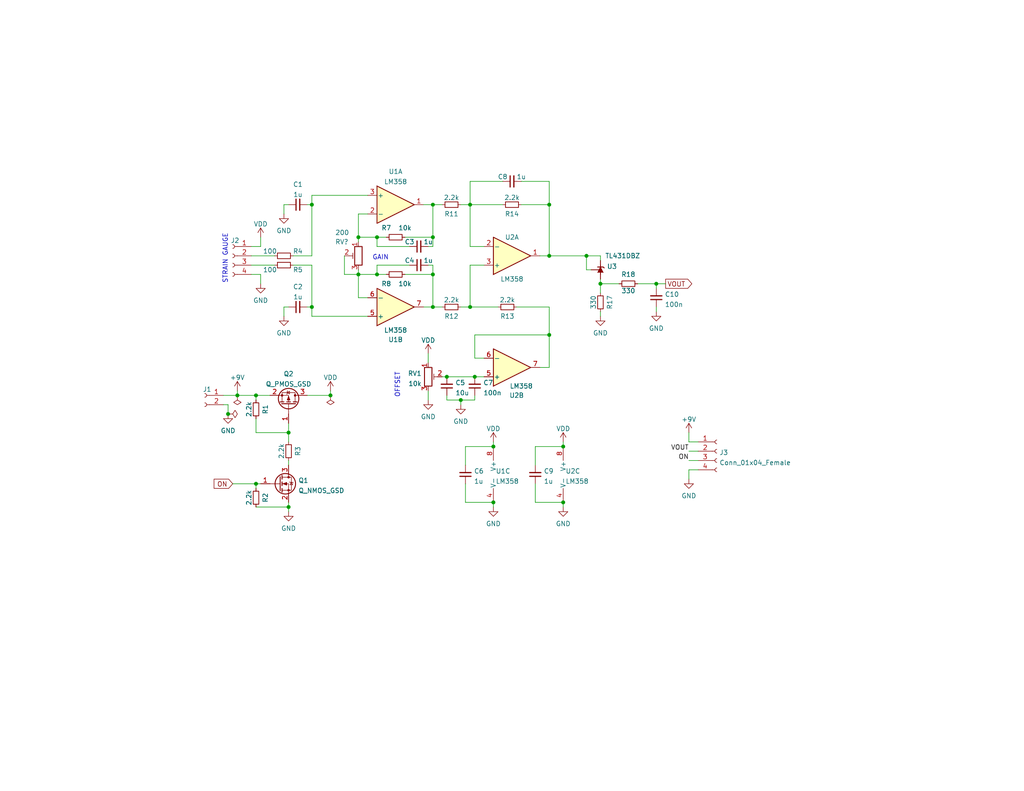
<source format=kicad_sch>
(kicad_sch (version 20211123) (generator eeschema)
  (paper "USLetter")
  (title_block (title "Depth Sensor") (date "2022-02-08") (rev "1") (company "EWB-SFP") (comment 1 "Hans Gaensbauer"))
  (lib_symbols
    (symbol "Amplifier_Operational:LM358" (pin_names (offset 0.127))
      (property "Reference" "U" (at 0 5.08 0))
      (property "Value" "LM358" (at 0 -5.08 0))
      (symbol "LM358_1_1"
        (polyline (pts (xy -5.08 5.08) (xy 5.08 0) (xy -5.08 -5.08) (xy -5.08 5.08)) (stroke (width 0.254)) (fill (type background)))
        (pin output line (at 7.62 0 180) (length 2.54) (name "~") (number "1"))
        (pin input line (at -7.62 -2.54 0) (length 2.54) (name "-") (number "2"))
        (pin input line (at -7.62 2.54 0) (length 2.54) (name "+") (number "3"))
      )
      (symbol "LM358_2_1"
        (polyline (pts (xy -5.08 5.08) (xy 5.08 0) (xy -5.08 -5.08) (xy -5.08 5.08)) (stroke (width 0.254)) (fill (type background)))
        (pin input line (at -7.62 2.54 0) (length 2.54) (name "+") (number "5"))
        (pin input line (at -7.62 -2.54 0) (length 2.54) (name "-") (number "6"))
        (pin output line (at 7.62 0 180) (length 2.54) (name "~") (number "7"))
      )
      (symbol "LM358_3_1"
        (pin power_in line (at -2.54 -7.62 90) (length 3.81) (name "V-") (number "4"))
        (pin power_in line (at -2.54 7.62 270) (length 3.81) (name "V+") (number "8"))
      )
    )
    (symbol "Connector:Conn_01x02_Female" (pin_names (offset 1.016) hide)
      (property "Reference" "J" (at 0 2.54 0))
      (property "Value" "Conn_01x02_Female" (at 0 -5.08 0))
      (symbol "Conn_01x02_Female_1_1"
        (arc (start 0 -2.032) (mid -0.508 -2.54) (end 0 -3.048) (stroke (width 0.1524)))
        (polyline (pts (xy -1.27 -2.54) (xy -0.508 -2.54)) (stroke (width 0.1524)))
        (polyline (pts (xy -1.27 0) (xy -0.508 0)) (stroke (width 0.1524)))
        (arc (start 0 0.508) (mid -0.508 0) (end 0 -0.508) (stroke (width 0.1524)))
        (pin passive line (at -5.08 0 0) (length 3.81) (name "Pin_1") (number "1"))
        (pin passive line (at -5.08 -2.54 0) (length 3.81) (name "Pin_2") (number "2"))
      )
    )
    (symbol "Connector:Conn_01x04_Female" (pin_names (offset 1.016) hide)
      (property "Reference" "J" (at 0 5.08 0))
      (property "Value" "Conn_01x04_Female" (at 0 -7.62 0))
      (symbol "Conn_01x04_Female_1_1"
        (arc (start 0 -4.572) (mid -0.508 -5.08) (end 0 -5.588) (stroke (width 0.1524)))
        (arc (start 0 -2.032) (mid -0.508 -2.54) (end 0 -3.048) (stroke (width 0.1524)))
        (polyline (pts (xy -1.27 -5.08) (xy -0.508 -5.08)) (stroke (width 0.1524)))
        (polyline (pts (xy -1.27 -2.54) (xy -0.508 -2.54)) (stroke (width 0.1524)))
        (polyline (pts (xy -1.27 0) (xy -0.508 0)) (stroke (width 0.1524)))
        (polyline (pts (xy -1.27 2.54) (xy -0.508 2.54)) (stroke (width 0.1524)))
        (arc (start 0 0.508) (mid -0.508 0) (end 0 -0.508) (stroke (width 0.1524)))
        (arc (start 0 3.048) (mid -0.508 2.54) (end 0 2.032) (stroke (width 0.1524)))
        (pin passive line (at -5.08 2.54 0) (length 3.81) (name "Pin_1") (number "1"))
        (pin passive line (at -5.08 0 0) (length 3.81) (name "Pin_2") (number "2"))
        (pin passive line (at -5.08 -2.54 0) (length 3.81) (name "Pin_3") (number "3"))
        (pin passive line (at -5.08 -5.08 0) (length 3.81) (name "Pin_4") (number "4"))
      )
    )
    (symbol "Device:C_Small" (pin_numbers hide) (pin_names (offset 0.254) hide)
      (property "Reference" "C" (at 0.254 1.778 0))
      (property "Value" "C_Small" (at 0.254 -2.032 0))
      (symbol "C_Small_0_1"
        (polyline (pts (xy -1.524 -0.508) (xy 1.524 -0.508)) (stroke (width 0.3302)))
        (polyline (pts (xy -1.524 0.508) (xy 1.524 0.508)) (stroke (width 0.3048)))
      )
      (symbol "C_Small_1_1"
        (pin passive line (at 0 2.54 270) (length 2.032) (name "~") (number "1"))
        (pin passive line (at 0 -2.54 90) (length 2.032) (name "~") (number "2"))
      )
    )
    (symbol "Device:Q_NMOS_GSD" (pin_names (offset 0) hide)
      (property "Reference" "Q" (at 5.08 1.27 0))
      (property "Value" "Q_NMOS_GSD" (at 5.08 -1.27 0))
      (symbol "Q_NMOS_GSD_0_1"
        (polyline (pts (xy 0.254 0) (xy -2.54 0)))
        (polyline (pts (xy 0.254 1.905) (xy 0.254 -1.905)) (stroke (width 0.254)))
        (polyline (pts (xy 0.762 -1.27) (xy 0.762 -2.286)) (stroke (width 0.254)))
        (polyline (pts (xy 0.762 0.508) (xy 0.762 -0.508)) (stroke (width 0.254)))
        (polyline (pts (xy 0.762 2.286) (xy 0.762 1.27)) (stroke (width 0.254)))
        (polyline (pts (xy 2.54 2.54) (xy 2.54 1.778)))
        (polyline (pts (xy 2.54 -2.54) (xy 2.54 0) (xy 0.762 0)))
        (polyline (pts (xy 0.762 -1.778) (xy 3.302 -1.778) (xy 3.302 1.778) (xy 0.762 1.778)))
        (polyline (pts (xy 1.016 0) (xy 2.032 0.381) (xy 2.032 -0.381) (xy 1.016 0)) (fill (type outline)))
        (polyline (pts (xy 2.794 0.508) (xy 2.921 0.381) (xy 3.683 0.381) (xy 3.81 0.254)))
        (polyline (pts (xy 3.302 0.381) (xy 2.921 -0.254) (xy 3.683 -0.254) (xy 3.302 0.381)))
        (circle (center 1.651 0) (radius 2.794) (stroke (width 0.254)))
        (circle (center 2.54 -1.778) (radius 0.254) (fill (type outline)))
        (circle (center 2.54 1.778) (radius 0.254) (fill (type outline)))
      )
      (symbol "Q_NMOS_GSD_1_1"
        (pin input line (at -5.08 0 0) (length 2.54) (name "G") (number "1"))
        (pin passive line (at 2.54 -5.08 90) (length 2.54) (name "S") (number "2"))
        (pin passive line (at 2.54 5.08 270) (length 2.54) (name "D") (number "3"))
      )
    )
    (symbol "Device:Q_PMOS_GSD" (pin_names (offset 0) hide)
      (property "Reference" "Q" (at 5.08 1.27 0))
      (property "Value" "Q_PMOS_GSD" (at 5.08 -1.27 0))
      (symbol "Q_PMOS_GSD_0_1"
        (polyline (pts (xy 0.254 0) (xy -2.54 0)))
        (polyline (pts (xy 0.254 1.905) (xy 0.254 -1.905)) (stroke (width 0.254)))
        (polyline (pts (xy 0.762 -1.27) (xy 0.762 -2.286)) (stroke (width 0.254)))
        (polyline (pts (xy 0.762 0.508) (xy 0.762 -0.508)) (stroke (width 0.254)))
        (polyline (pts (xy 0.762 2.286) (xy 0.762 1.27)) (stroke (width 0.254)))
        (polyline (pts (xy 2.54 2.54) (xy 2.54 1.778)))
        (polyline (pts (xy 2.54 -2.54) (xy 2.54 0) (xy 0.762 0)))
        (polyline (pts (xy 0.762 1.778) (xy 3.302 1.778) (xy 3.302 -1.778) (xy 0.762 -1.778)))
        (polyline (pts (xy 2.286 0) (xy 1.27 0.381) (xy 1.27 -0.381) (xy 2.286 0)) (fill (type outline)))
        (polyline (pts (xy 2.794 -0.508) (xy 2.921 -0.381) (xy 3.683 -0.381) (xy 3.81 -0.254)))
        (polyline (pts (xy 3.302 -0.381) (xy 2.921 0.254) (xy 3.683 0.254) (xy 3.302 -0.381)))
        (circle (center 1.651 0) (radius 2.794) (stroke (width 0.254)))
        (circle (center 2.54 -1.778) (radius 0.254) (fill (type outline)))
        (circle (center 2.54 1.778) (radius 0.254) (fill (type outline)))
      )
      (symbol "Q_PMOS_GSD_1_1"
        (pin input line (at -5.08 0 0) (length 2.54) (name "G") (number "1"))
        (pin passive line (at 2.54 -5.08 90) (length 2.54) (name "S") (number "2"))
        (pin passive line (at 2.54 5.08 270) (length 2.54) (name "D") (number "3"))
      )
    )
    (symbol "Device:R_Potentiometer_Trim" (pin_names (offset 1.016) hide)
      (property "Reference" "RV" (at -4.445 0 90))
      (property "Value" "R_Potentiometer_Trim" (at -2.54 0 90))
      (symbol "R_Potentiometer_Trim_0_1"
        (polyline (pts (xy 1.524 0.762) (xy 1.524 -0.762)))
        (polyline (pts (xy 2.54 0) (xy 1.524 0)))
        (rectangle (start 1.016 2.54) (end -1.016 -2.54) (stroke (width 0.254)))
      )
      (symbol "R_Potentiometer_Trim_1_1"
        (pin passive line (at 0 3.81 270) (length 1.27) (name "1") (number "1"))
        (pin passive line (at 3.81 0 180) (length 1.27) (name "2") (number "2"))
        (pin passive line (at 0 -3.81 90) (length 1.27) (name "3") (number "3"))
      )
    )
    (symbol "Device:R_Small" (pin_numbers hide) (pin_names (offset 0.254) hide)
      (property "Reference" "R" (at 0.762 0.508 0))
      (property "Value" "R_Small" (at 0.762 -1.016 0))
      (symbol "R_Small_0_1"
        (rectangle (start -0.762 1.778) (end 0.762 -1.778) (stroke (width 0.2032)))
      )
      (symbol "R_Small_1_1"
        (pin passive line (at 0 2.54 270) (length 0.762) (name "~") (number "1"))
        (pin passive line (at 0 -2.54 90) (length 0.762) (name "~") (number "2"))
      )
    )
    (symbol "Reference_Voltage:TL431DBZ" (pin_numbers hide) (pin_names hide)
      (property "Reference" "U" (at -2.54 2.54 0))
      (property "Value" "TL431DBZ" (at 0 -2.54 0))
      (symbol "TL431DBZ_0_1"
        (polyline (pts (xy -1.27 0) (xy 0 0) (xy 1.27 0)))
        (polyline (pts (xy -0.762 0.762) (xy 0.762 0) (xy -0.762 -0.762)) (fill (type outline)))
        (polyline (pts (xy 0.508 -1.016) (xy 0.762 -0.762) (xy 0.762 0.762) (xy 0.762 0.762)) (stroke (width 0.254)))
      )
      (symbol "TL431DBZ_1_1"
        (pin passive line (at 2.54 0 180) (length 2.54) (name "K") (number "1"))
        (pin passive line (at 0 2.54 270) (length 2.54) (name "REF") (number "2"))
        (pin passive line (at -2.54 0 0) (length 2.54) (name "A") (number "3"))
      )
    )
    (symbol "power:+9V" (power) (pin_names (offset 0))
      (property "Value" "+9V" (at 0 3.556 0))
      (symbol "+9V_0_1"
        (polyline (pts (xy -0.762 1.27) (xy 0 2.54)))
        (polyline (pts (xy 0 0) (xy 0 2.54)))
        (polyline (pts (xy 0 2.54) (xy 0.762 1.27)))
      )
      (symbol "+9V_1_1"
        (pin power_in line (at 0 0 90) (length 0) hide (name "+9V") (number "1"))
      )
    )
    (symbol "power:GND" (power) (pin_names (offset 0))
      (property "Value" "GND" (at 0 -3.81 0))
      (symbol "GND_0_1"
        (polyline (pts (xy 0 0) (xy 0 -1.27) (xy 1.27 -1.27) (xy 0 -2.54) (xy -1.27 -1.27) (xy 0 -1.27)))
      )
      (symbol "GND_1_1"
        (pin power_in line (at 0 0 270) (length 0) hide (name "GND") (number "1"))
      )
    )
    (symbol "power:PWR_FLAG" (power) (pin_numbers hide) (pin_names (offset 0) hide)
      (property "Value" "PWR_FLAG" (at 0 3.81 0))
      (symbol "PWR_FLAG_0_0"
        (pin power_out line (at 0 0 90) (length 0) (name "pwr") (number "1"))
      )
      (symbol "PWR_FLAG_0_1"
        (polyline (pts (xy 0 0) (xy 0 1.27) (xy -1.016 1.905) (xy 0 2.54) (xy 1.016 1.905) (xy 0 1.27)))
      )
    )
    (symbol "power:VDD" (power) (pin_names (offset 0))
      (property "Value" "VDD" (at 0 3.81 0))
      (symbol "VDD_0_1"
        (polyline (pts (xy -0.762 1.27) (xy 0 2.54)))
        (polyline (pts (xy 0 0) (xy 0 2.54)))
        (polyline (pts (xy 0 2.54) (xy 0.762 1.27)))
      )
      (symbol "VDD_1_1"
        (pin power_in line (at 0 0 90) (length 0) hide (name "VDD") (number "1"))
      )
    )
  )
  (junction (at 153.67 137.16))
  (junction (at 69.85 107.95))
  (junction (at 163.83 77.47))
  (junction (at 78.74 138.43))
  (junction (at 149.86 69.85))
  (junction (at 160.02 69.85))
  (junction (at 90.17 107.95))
  (junction (at 129.54 102.87))
  (junction (at 118.11 55.88))
  (junction (at 128.27 83.82))
  (junction (at 118.11 74.93))
  (junction (at 118.11 83.82))
  (junction (at 97.79 74.93))
  (junction (at 102.87 74.93))
  (junction (at 128.27 55.88))
  (junction (at 97.79 64.77))
  (junction (at 64.77 107.95))
  (junction (at 85.09 83.82))
  (junction (at 85.09 55.88))
  (junction (at 134.62 121.92))
  (junction (at 149.86 91.44))
  (junction (at 134.62 137.16))
  (junction (at 102.87 64.77))
  (junction (at 69.85 132.08))
  (junction (at 78.74 118.11))
  (junction (at 179.07 77.47))
  (junction (at 121.92 102.87))
  (junction (at 125.73 109.22))
  (junction (at 62.23 113.03))
  (junction (at 149.86 55.88))
  (junction (at 118.11 64.77))
  (junction (at 153.67 121.92))
  (wire (pts (xy 97.79 74.93) (xy 97.79 81.28)))
  (wire (pts (xy 153.67 120.65) (xy 153.67 121.92)))
  (wire (pts (xy 163.83 77.47) (xy 163.83 80.01)))
  (wire (pts (xy 128.27 83.82) (xy 125.73 83.82)))
  (wire (pts (xy 153.67 121.92) (xy 146.05 121.92)))
  (wire (pts (xy 187.96 128.27) (xy 190.5 128.27)))
  (wire (pts (xy 173.99 77.47) (xy 179.07 77.47)))
  (wire (pts (xy 85.09 55.88) (xy 85.09 69.85)))
  (wire (pts (xy 128.27 55.88) (xy 125.73 55.88)))
  (wire (pts (xy 134.62 121.92) (xy 127 121.92)))
  (wire (pts (xy 83.82 55.88) (xy 85.09 55.88)))
  (wire (pts (xy 64.77 107.95) (xy 69.85 107.95)))
  (wire (pts (xy 118.11 74.93) (xy 118.11 83.82)))
  (wire (pts (xy 62.23 110.49) (xy 60.96 110.49)))
  (wire (pts (xy 128.27 67.31) (xy 128.27 55.88)))
  (wire (pts (xy 121.92 107.95) (xy 121.92 109.22)))
  (wire (pts (xy 102.87 72.39) (xy 102.87 74.93)))
  (wire (pts (xy 163.83 77.47) (xy 163.83 76.2)))
  (wire (pts (xy 69.85 114.3) (xy 69.85 118.11)))
  (wire (pts (xy 118.11 83.82) (xy 115.57 83.82)))
  (wire (pts (xy 127 121.92) (xy 127 127)))
  (wire (pts (xy 118.11 72.39) (xy 118.11 74.93)))
  (wire (pts (xy 149.86 69.85) (xy 147.32 69.85)))
  (wire (pts (xy 83.82 83.82) (xy 85.09 83.82)))
  (wire (pts (xy 116.84 72.39) (xy 118.11 72.39)))
  (wire (pts (xy 125.73 109.22) (xy 125.73 110.49)))
  (wire (pts (xy 116.84 106.68) (xy 116.84 109.22)))
  (wire (pts (xy 93.98 69.85) (xy 93.98 74.93)))
  (wire (pts (xy 71.12 132.08) (xy 69.85 132.08)))
  (wire (pts (xy 97.79 58.42) (xy 100.33 58.42)))
  (wire (pts (xy 93.98 74.93) (xy 97.79 74.93)))
  (wire (pts (xy 68.58 67.31) (xy 71.12 67.31)))
  (wire (pts (xy 85.09 53.34) (xy 100.33 53.34)))
  (wire (pts (xy 78.74 118.11) (xy 78.74 115.57)))
  (wire (pts (xy 118.11 64.77) (xy 118.11 55.88)))
  (wire (pts (xy 90.17 106.68) (xy 90.17 107.95)))
  (wire (pts (xy 140.97 83.82) (xy 149.86 83.82)))
  (wire (pts (xy 187.96 120.65) (xy 190.5 120.65)))
  (wire (pts (xy 110.49 64.77) (xy 118.11 64.77)))
  (wire (pts (xy 149.86 91.44) (xy 149.86 100.33)))
  (wire (pts (xy 69.85 138.43) (xy 78.74 138.43)))
  (wire (pts (xy 116.84 67.31) (xy 118.11 67.31)))
  (wire (pts (xy 77.47 58.42) (xy 77.47 55.88)))
  (wire (pts (xy 110.49 74.93) (xy 118.11 74.93)))
  (wire (pts (xy 60.96 107.95) (xy 64.77 107.95)))
  (wire (pts (xy 97.79 81.28) (xy 100.33 81.28)))
  (wire (pts (xy 102.87 64.77) (xy 97.79 64.77)))
  (wire (pts (xy 134.62 137.16) (xy 134.62 138.43)))
  (wire (pts (xy 71.12 64.77) (xy 71.12 67.31)))
  (wire (pts (xy 125.73 109.22) (xy 129.54 109.22)))
  (wire (pts (xy 85.09 53.34) (xy 85.09 55.88)))
  (wire (pts (xy 128.27 72.39) (xy 128.27 83.82)))
  (wire (pts (xy 129.54 97.79) (xy 129.54 91.44)))
  (wire (pts (xy 132.08 72.39) (xy 128.27 72.39)))
  (wire (pts (xy 134.62 120.65) (xy 134.62 121.92)))
  (wire (pts (xy 137.16 49.53) (xy 128.27 49.53)))
  (wire (pts (xy 68.58 72.39) (xy 74.93 72.39)))
  (wire (pts (xy 128.27 49.53) (xy 128.27 55.88)))
  (wire (pts (xy 153.67 137.16) (xy 146.05 137.16)))
  (wire (pts (xy 80.01 69.85) (xy 85.09 69.85)))
  (wire (pts (xy 118.11 67.31) (xy 118.11 64.77)))
  (wire (pts (xy 153.67 137.16) (xy 153.67 138.43)))
  (wire (pts (xy 111.76 67.31) (xy 102.87 67.31)))
  (wire (pts (xy 85.09 86.36) (xy 100.33 86.36)))
  (wire (pts (xy 69.85 107.95) (xy 69.85 109.22)))
  (wire (pts (xy 179.07 77.47) (xy 181.61 77.47)))
  (wire (pts (xy 179.07 83.82) (xy 179.07 85.09)))
  (wire (pts (xy 129.54 97.79) (xy 132.08 97.79)))
  (wire (pts (xy 63.5 132.08) (xy 69.85 132.08)))
  (wire (pts (xy 149.86 100.33) (xy 147.32 100.33)))
  (wire (pts (xy 149.86 83.82) (xy 149.86 91.44)))
  (wire (pts (xy 149.86 49.53) (xy 149.86 55.88)))
  (wire (pts (xy 78.74 137.16) (xy 78.74 138.43)))
  (wire (pts (xy 163.83 71.12) (xy 163.83 69.85)))
  (wire (pts (xy 97.79 73.66) (xy 97.79 74.93)))
  (wire (pts (xy 78.74 83.82) (xy 77.47 83.82)))
  (wire (pts (xy 129.54 91.44) (xy 149.86 91.44)))
  (wire (pts (xy 128.27 55.88) (xy 137.16 55.88)))
  (wire (pts (xy 163.83 77.47) (xy 168.91 77.47)))
  (wire (pts (xy 127 137.16) (xy 127 132.08)))
  (wire (pts (xy 187.96 118.11) (xy 187.96 120.65)))
  (wire (pts (xy 142.24 49.53) (xy 149.86 49.53)))
  (wire (pts (xy 62.23 113.03) (xy 62.23 110.49)))
  (wire (pts (xy 120.65 102.87) (xy 121.92 102.87)))
  (wire (pts (xy 163.83 85.09) (xy 163.83 86.36)))
  (wire (pts (xy 111.76 72.39) (xy 102.87 72.39)))
  (wire (pts (xy 146.05 121.92) (xy 146.05 127)))
  (wire (pts (xy 105.41 74.93) (xy 102.87 74.93)))
  (wire (pts (xy 69.85 118.11) (xy 78.74 118.11)))
  (wire (pts (xy 78.74 138.43) (xy 78.74 139.7)))
  (wire (pts (xy 85.09 72.39) (xy 85.09 83.82)))
  (wire (pts (xy 179.07 77.47) (xy 179.07 78.74)))
  (wire (pts (xy 73.66 107.95) (xy 69.85 107.95)))
  (wire (pts (xy 77.47 83.82) (xy 77.47 86.36)))
  (wire (pts (xy 132.08 67.31) (xy 128.27 67.31)))
  (wire (pts (xy 146.05 137.16) (xy 146.05 132.08)))
  (wire (pts (xy 83.82 107.95) (xy 90.17 107.95)))
  (wire (pts (xy 121.92 109.22) (xy 125.73 109.22)))
  (wire (pts (xy 71.12 74.93) (xy 71.12 77.47)))
  (wire (pts (xy 118.11 55.88) (xy 115.57 55.88)))
  (wire (pts (xy 160.02 73.66) (xy 161.29 73.66)))
  (wire (pts (xy 105.41 64.77) (xy 102.87 64.77)))
  (wire (pts (xy 134.62 137.16) (xy 127 137.16)))
  (wire (pts (xy 149.86 55.88) (xy 149.86 69.85)))
  (wire (pts (xy 85.09 83.82) (xy 85.09 86.36)))
  (wire (pts (xy 187.96 130.81) (xy 187.96 128.27)))
  (wire (pts (xy 80.01 72.39) (xy 85.09 72.39)))
  (wire (pts (xy 78.74 118.11) (xy 78.74 120.65)))
  (wire (pts (xy 78.74 125.73) (xy 78.74 127)))
  (wire (pts (xy 121.92 102.87) (xy 129.54 102.87)))
  (wire (pts (xy 77.47 55.88) (xy 78.74 55.88)))
  (wire (pts (xy 142.24 55.88) (xy 149.86 55.88)))
  (wire (pts (xy 129.54 102.87) (xy 132.08 102.87)))
  (wire (pts (xy 97.79 64.77) (xy 97.79 58.42)))
  (wire (pts (xy 64.77 106.68) (xy 64.77 107.95)))
  (wire (pts (xy 102.87 74.93) (xy 97.79 74.93)))
  (wire (pts (xy 129.54 109.22) (xy 129.54 107.95)))
  (wire (pts (xy 118.11 83.82) (xy 120.65 83.82)))
  (wire (pts (xy 68.58 74.93) (xy 71.12 74.93)))
  (wire (pts (xy 187.96 125.73) (xy 190.5 125.73)))
  (wire (pts (xy 97.79 64.77) (xy 97.79 66.04)))
  (wire (pts (xy 149.86 69.85) (xy 160.02 69.85)))
  (wire (pts (xy 69.85 132.08) (xy 69.85 133.35)))
  (wire (pts (xy 163.83 69.85) (xy 160.02 69.85)))
  (wire (pts (xy 102.87 67.31) (xy 102.87 64.77)))
  (wire (pts (xy 118.11 55.88) (xy 120.65 55.88)))
  (wire (pts (xy 187.96 123.19) (xy 190.5 123.19)))
  (wire (pts (xy 160.02 69.85) (xy 160.02 73.66)))
  (wire (pts (xy 116.84 96.52) (xy 116.84 99.06)))
  (wire (pts (xy 128.27 83.82) (xy 135.89 83.82)))
  (wire (pts (xy 68.58 69.85) (xy 74.93 69.85)))
  (text "GAIN" (at 101.6 71.12 0) (effects (font (size 1.27 1.27)) (justify left bottom)))
  (text "OFFSET" (at 109.22 101.6 270) (effects (font (size 1.27 1.27)) (justify right bottom)))
  (text "STRAIN GAUGE" (at 62.23 77.47 90) (effects (font (size 1.27 1.27)) (justify left bottom)))
  (label "VOUT" (at 187.96 123.19 180))
  (label "ON" (at 187.96 125.73 180))
  (global_label "VOUT" (shape output) (at 181.61 77.47 0) (property "Intersheet References" "${INTERSHEET_REFS}" (effects hide)))
  (global_label "ON" (shape input) (at 63.5 132.08 180) (property "Intersheet References" "${INTERSHEET_REFS}" (effects hide)))
  (symbol (lib_id "Device:Q_PMOS_GSD") (at 78.74 110.49 270) (mirror x) (unit 1)
    (property "Reference" "Q2" (at 78.74 102.0785 90))
    (property "Value" "Q_PMOS_GSD" (at 78.74 104.8536 90))
  )
  (symbol (lib_id "Device:C_Small") (at 179.07 81.28 180) (unit 1)
    (property "Reference" "C10" (at 181.3941 80.3651 0) (effects (justify right)))
    (property "Value" "100n" (at 181.3941 83.1402 0) (effects (justify right)))
  )
  (symbol (lib_id "Amplifier_Operational:LM358") (at 107.95 55.88 0) (unit 1)
    (property "Reference" "U1" (at 107.95 46.8335 0))
    (property "Value" "LM358" (at 107.95 49.6086 0))
    (property "Datasheet" "http://www.ti.com/lit/ds/symlink/lm2904-n.pdf" (effects hide))
  )
  (symbol (lib_id "power:VDD") (at 134.62 120.65 0) (unit 1)
    (property "Reference" "#PWR012" (effects hide))
    (property "Value" "VDD" (at 134.62 117.0455 0))
  )
  (symbol (lib_id "Device:C_Small") (at 121.92 105.41 180) (unit 1)
    (property "Reference" "C5" (at 124.2441 104.4951 0) (effects (justify right)))
    (property "Value" "10u" (at 124.2441 107.2702 0) (effects (justify right)))
  )
  (symbol (lib_id "power:GND") (at 77.47 58.42 0) (unit 1)
    (property "Reference" "#PWR06" (effects hide))
    (property "Value" "GND" (at 77.47 62.9825 0))
  )
  (symbol (lib_id "Device:C_Small") (at 139.7 49.53 90) (unit 1)
    (property "Reference" "C8" (at 137.16 48.26 90))
    (property "Value" "1u" (at 142.24 48.26 90))
  )
  (symbol (lib_id "Device:C_Small") (at 127 129.54 180) (unit 1)
    (property "Reference" "C6" (at 129.3241 128.6251 0) (effects (justify right)))
    (property "Value" "1u" (at 129.3241 131.4002 0) (effects (justify right)))
  )
  (symbol (lib_id "power:PWR_FLAG") (at 64.77 107.95 180) (unit 1)
    (property "Reference" "#FLG02" (effects hide))
    (property "Value" "PWR_FLAG" (effects hide))
  )
  (symbol (lib_id "power:GND") (at 78.74 139.7 0) (unit 1)
    (property "Reference" "#PWR05" (effects hide))
    (property "Value" "GND" (at 78.74 144.2625 0))
  )
  (symbol (lib_id "Device:Q_NMOS_GSD") (at 76.2 132.08 0) (unit 1)
    (property "Reference" "Q1" (at 81.407 131.1715 0) (effects (justify left)))
    (property "Value" "Q_NMOS_GSD" (at 81.407 133.9466 0) (effects (justify left)))
  )
  (symbol (lib_id "power:PWR_FLAG") (at 90.17 107.95 180) (unit 1)
    (property "Reference" "#FLG0101" (effects hide))
    (property "Value" "PWR_FLAG" (effects hide))
  )
  (symbol (lib_id "Device:R_Small") (at 138.43 83.82 90) (unit 1)
    (property "Reference" "R13" (at 138.43 86.36 90))
    (property "Value" "2.2k" (at 138.43 81.892 90))
  )
  (symbol (lib_id "Device:C_Small") (at 81.28 55.88 90) (unit 1)
    (property "Reference" "C1" (at 81.2863 50.3514 90))
    (property "Value" "1u" (at 81.2863 53.1265 90))
  )
  (symbol (lib_id "Device:R_Potentiometer_Trim") (at 116.84 102.87 0) (unit 1)
    (property "Reference" "RV1" (at 115.0621 101.9615 0) (effects (justify right)))
    (property "Value" "10k" (at 115.0621 104.7366 0) (effects (justify right)))
  )
  (symbol (lib_id "Device:R_Small") (at 107.95 64.77 270) (unit 1)
    (property "Reference" "R7" (at 105.41 62.23 90))
    (property "Value" "10k" (at 110.49 62.23 90))
  )
  (symbol (lib_id "power:GND") (at 187.96 130.81 0) (unit 1)
    (property "Reference" "#PWR019" (effects hide))
    (property "Value" "GND" (at 187.96 135.3725 0))
  )
  (symbol (lib_id "Device:C_Small") (at 81.28 83.82 90) (unit 1)
    (property "Reference" "C2" (at 81.2863 78.2914 90))
    (property "Value" "1u" (at 81.2863 81.0665 90))
  )
  (symbol (lib_id "Device:R_Small") (at 139.7 55.88 90) (unit 1)
    (property "Reference" "R14" (at 139.7 58.42 90))
    (property "Value" "2.2k" (at 139.7 53.952 90))
  )
  (symbol (lib_id "power:GND") (at 134.62 138.43 0) (unit 1)
    (property "Reference" "#PWR013" (effects hide))
    (property "Value" "GND" (at 134.62 142.9925 0))
  )
  (symbol (lib_id "Connector:Conn_01x04_Female") (at 195.58 123.19 0) (unit 1)
    (property "Reference" "J3" (at 196.2912 123.5515 0) (effects (justify left)))
    (property "Value" "Conn_01x04_Female" (at 196.2912 126.3266 0) (effects (justify left)))
  )
  (symbol (lib_id "Device:R_Small") (at 171.45 77.47 90) (unit 1)
    (property "Reference" "R18" (at 171.45 74.93 90))
    (property "Value" "330" (at 171.45 79.398 90))
  )
  (symbol (lib_id "Device:C_Small") (at 129.54 105.41 180) (unit 1)
    (property "Reference" "C7" (at 131.8641 104.4951 0) (effects (justify right)))
    (property "Value" "100n" (at 131.8641 107.2702 0) (effects (justify right)))
  )
  (symbol (lib_id "Device:C_Small") (at 114.3 72.39 90) (unit 1)
    (property "Reference" "C4" (at 111.76 71.12 90))
    (property "Value" "1u" (at 116.84 71.12 90))
  )
  (symbol (lib_id "Device:R_Potentiometer_Trim") (at 97.79 69.85 0) (mirror y) (unit 1)
    (property "Reference" "RV?" (at 91.44 66.04 0) (effects (justify right)))
    (property "Value" "200" (at 91.44 63.5 0) (effects (justify right)))
  )
  (symbol (lib_id "Amplifier_Operational:LM358") (at 156.21 129.54 0) (unit 3)
    (property "Reference" "U2" (at 154.305 128.6315 0) (effects (justify left)))
    (property "Value" "LM358" (at 154.305 131.4066 0) (effects (justify left)))
    (property "Datasheet" "http://www.ti.com/lit/ds/symlink/lm2904-n.pdf" (effects hide))
  )
  (symbol (lib_id "Amplifier_Operational:LM358") (at 137.16 129.54 0) (unit 3)
    (property "Reference" "U1" (at 135.255 128.6315 0) (effects (justify left)))
    (property "Value" "LM358" (at 135.255 131.4066 0) (effects (justify left)))
    (property "Datasheet" "http://www.ti.com/lit/ds/symlink/lm2904-n.pdf" (effects hide))
  )
  (symbol (lib_id "Device:R_Small") (at 69.85 111.76 180) (unit 1)
    (property "Reference" "R1" (at 72.39 111.76 90))
    (property "Value" "2.2k" (at 67.922 111.76 90))
  )
  (symbol (lib_id "Amplifier_Operational:LM358") (at 139.7 100.33 0) (mirror x) (unit 2)
    (property "Reference" "U2" (at 140.97 107.95 0))
    (property "Value" "LM358" (at 142.24 105.41 0))
    (property "Datasheet" "http://www.ti.com/lit/ds/symlink/lm2904-n.pdf" (effects hide))
  )
  (symbol (lib_id "power:VDD") (at 153.67 120.65 0) (unit 1)
    (property "Reference" "#PWR014" (effects hide))
    (property "Value" "VDD" (at 153.67 117.0455 0))
  )
  (symbol (lib_id "power:GND") (at 125.73 110.49 0) (unit 1)
    (property "Reference" "#PWR011" (effects hide))
    (property "Value" "GND" (at 125.73 115.0525 0))
  )
  (symbol (lib_id "power:VDD") (at 71.12 64.77 0) (unit 1)
    (property "Reference" "#PWR03" (effects hide))
    (property "Value" "VDD" (at 71.12 61.1655 0))
  )
  (symbol (lib_id "power:VDD") (at 90.17 106.68 0) (unit 1)
    (property "Reference" "#PWR08" (effects hide))
    (property "Value" "VDD" (at 90.17 103.0755 0))
  )
  (symbol (lib_id "power:GND") (at 62.23 113.03 0) (unit 1)
    (property "Reference" "#PWR01" (effects hide))
    (property "Value" "GND" (at 62.23 117.5925 0))
  )
  (symbol (lib_id "Device:C_Small") (at 114.3 67.31 90) (unit 1)
    (property "Reference" "C3" (at 111.76 66.04 90))
    (property "Value" "1u" (at 116.84 66.04 90))
  )
  (symbol (lib_id "power:PWR_FLAG") (at 62.23 113.03 270) (unit 1)
    (property "Reference" "#FLG01" (effects hide))
    (property "Value" "PWR_FLAG" (effects hide))
  )
  (symbol (lib_id "Connector:Conn_01x04_Female") (at 63.5 69.85 0) (mirror y) (unit 1)
    (property "Reference" "J2" (at 64.135 65.6613 0))
    (property "Value" "Conn_01x04_Female" (effects hide))
  )
  (symbol (lib_id "Amplifier_Operational:LM358") (at 139.7 69.85 0) (mirror x) (unit 1)
    (property "Reference" "U2" (at 139.7 64.77 0))
    (property "Value" "LM358" (at 139.7 76.2 0))
    (property "Datasheet" "http://www.ti.com/lit/ds/symlink/lm2904-n.pdf" (effects hide))
  )
  (symbol (lib_id "power:GND") (at 77.47 86.36 0) (unit 1)
    (property "Reference" "#PWR07" (effects hide))
    (property "Value" "GND" (at 77.47 90.9225 0))
  )
  (symbol (lib_id "power:GND") (at 163.83 86.36 0) (unit 1)
    (property "Reference" "#PWR016" (effects hide))
    (property "Value" "GND" (at 163.83 90.9225 0))
  )
  (symbol (lib_id "power:VDD") (at 116.84 96.52 0) (unit 1)
    (property "Reference" "#PWR09" (effects hide))
    (property "Value" "VDD" (at 116.84 92.9155 0))
  )
  (symbol (lib_id "Device:R_Small") (at 163.83 82.55 0) (unit 1)
    (property "Reference" "R17" (at 166.37 82.55 90))
    (property "Value" "330" (at 161.902 82.55 90))
  )
  (symbol (lib_id "power:+9V") (at 64.77 106.68 0) (unit 1)
    (property "Reference" "#PWR02" (effects hide))
    (property "Value" "+9V" (at 64.77 103.0755 0))
  )
  (symbol (lib_id "Device:R_Small") (at 77.47 72.39 90) (unit 1)
    (property "Reference" "R5" (at 81.28 73.66 90))
    (property "Value" "100" (at 73.66 73.66 90))
  )
  (symbol (lib_id "Reference_Voltage:TL431DBZ") (at 163.83 73.66 90) (unit 1)
    (property "Reference" "U3" (at 165.608 72.7515 90) (effects (justify right)))
    (property "Value" "TL431DBZ" (at 165.1 69.85 90) (effects (justify right)))
    (property "Footprint" "Package_TO_SOT_SMD:SOT-23" (effects hide))
    (property "Datasheet" "http://www.ti.com/lit/ds/symlink/tl431.pdf" (effects hide))
  )
  (symbol (lib_id "Amplifier_Operational:LM358") (at 107.95 83.82 0) (mirror x) (unit 2)
    (property "Reference" "U1" (at 107.95 92.71 0))
    (property "Value" "LM358" (at 107.95 90.17 0))
    (property "Datasheet" "http://www.ti.com/lit/ds/symlink/lm2904-n.pdf" (effects hide))
  )
  (symbol (lib_id "Connector:Conn_01x02_Female") (at 55.88 107.95 0) (mirror y) (unit 1)
    (property "Reference" "J1" (at 56.515 106.3013 0))
    (property "Value" "Conn_01x02_Female" (effects hide))
  )
  (symbol (lib_id "Device:R_Small") (at 78.74 123.19 180) (unit 1)
    (property "Reference" "R3" (at 81.28 123.19 90))
    (property "Value" "2.2k" (at 76.812 123.19 90))
  )
  (symbol (lib_id "power:GND") (at 179.07 85.09 0) (unit 1)
    (property "Reference" "#PWR017" (effects hide))
    (property "Value" "GND" (at 179.07 89.6525 0))
  )
  (symbol (lib_id "power:GND") (at 71.12 77.47 0) (unit 1)
    (property "Reference" "#PWR04" (effects hide))
    (property "Value" "GND" (at 71.12 82.0325 0))
  )
  (symbol (lib_id "Device:R_Small") (at 123.19 83.82 90) (unit 1)
    (property "Reference" "R12" (at 123.19 86.36 90))
    (property "Value" "2.2k" (at 123.19 81.892 90))
  )
  (symbol (lib_id "Device:R_Small") (at 123.19 55.88 90) (unit 1)
    (property "Reference" "R11" (at 123.19 58.42 90))
    (property "Value" "2.2k" (at 123.19 53.952 90))
  )
  (symbol (lib_id "Device:R_Small") (at 69.85 135.89 180) (unit 1)
    (property "Reference" "R2" (at 72.39 135.89 90))
    (property "Value" "2.2k" (at 67.922 135.89 90))
  )
  (symbol (lib_id "Device:R_Small") (at 107.95 74.93 90) (unit 1)
    (property "Reference" "R8" (at 105.41 77.47 90))
    (property "Value" "10k" (at 110.49 77.47 90))
  )
  (symbol (lib_id "power:GND") (at 153.67 138.43 0) (unit 1)
    (property "Reference" "#PWR015" (effects hide))
    (property "Value" "GND" (at 153.67 142.9925 0))
  )
  (symbol (lib_id "power:GND") (at 116.84 109.22 0) (unit 1)
    (property "Reference" "#PWR010" (effects hide))
    (property "Value" "GND" (at 116.84 113.7825 0))
  )
  (symbol (lib_id "Device:R_Small") (at 77.47 69.85 90) (unit 1)
    (property "Reference" "R4" (at 81.28 68.58 90))
    (property "Value" "100" (at 73.66 68.58 90))
  )
  (symbol (lib_id "Device:C_Small") (at 146.05 129.54 180) (unit 1)
    (property "Reference" "C9" (at 148.3741 128.6251 0) (effects (justify right)))
    (property "Value" "1u" (at 148.3741 131.4002 0) (effects (justify right)))
  )
  (symbol (lib_id "power:+9V") (at 187.96 118.11 0) (unit 1)
    (property "Reference" "#PWR018" (effects hide))
    (property "Value" "+9V" (at 187.96 114.5055 0))
  )
)
</source>
